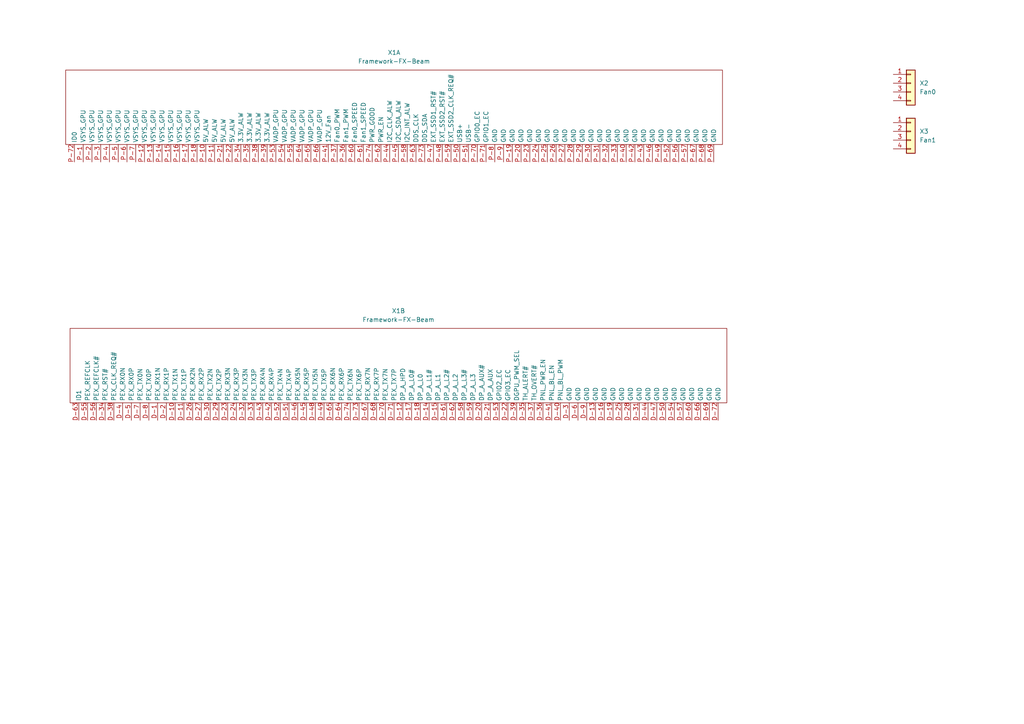
<source format=kicad_sch>
(kicad_sch
	(version 20231120)
	(generator "eeschema")
	(generator_version "8.0")
	(uuid "bbb5f505-87d6-424e-99bb-0bdaee5adea4")
	(paper "A4")
	(title_block
		(title "Framework Laptop 16 Expansion Bay Module")
		(date "06. April 2024")
		(rev "1.0")
		(company "by XPModder")
	)
	(lib_symbols
		(symbol "Connector_Generic:Conn_01x04"
			(pin_names
				(offset 1.016) hide)
			(exclude_from_sim no)
			(in_bom yes)
			(on_board yes)
			(property "Reference" "J"
				(at 0 5.08 0)
				(effects
					(font
						(size 1.27 1.27)
					)
				)
			)
			(property "Value" "Conn_01x04"
				(at 0 -7.62 0)
				(effects
					(font
						(size 1.27 1.27)
					)
				)
			)
			(property "Footprint" ""
				(at 0 0 0)
				(effects
					(font
						(size 1.27 1.27)
					)
					(hide yes)
				)
			)
			(property "Datasheet" "~"
				(at 0 0 0)
				(effects
					(font
						(size 1.27 1.27)
					)
					(hide yes)
				)
			)
			(property "Description" "Generic connector, single row, 01x04, script generated (kicad-library-utils/schlib/autogen/connector/)"
				(at 0 0 0)
				(effects
					(font
						(size 1.27 1.27)
					)
					(hide yes)
				)
			)
			(property "ki_keywords" "connector"
				(at 0 0 0)
				(effects
					(font
						(size 1.27 1.27)
					)
					(hide yes)
				)
			)
			(property "ki_fp_filters" "Connector*:*_1x??_*"
				(at 0 0 0)
				(effects
					(font
						(size 1.27 1.27)
					)
					(hide yes)
				)
			)
			(symbol "Conn_01x04_1_1"
				(rectangle
					(start -1.27 -4.953)
					(end 0 -5.207)
					(stroke
						(width 0.1524)
						(type default)
					)
					(fill
						(type none)
					)
				)
				(rectangle
					(start -1.27 -2.413)
					(end 0 -2.667)
					(stroke
						(width 0.1524)
						(type default)
					)
					(fill
						(type none)
					)
				)
				(rectangle
					(start -1.27 0.127)
					(end 0 -0.127)
					(stroke
						(width 0.1524)
						(type default)
					)
					(fill
						(type none)
					)
				)
				(rectangle
					(start -1.27 2.667)
					(end 0 2.413)
					(stroke
						(width 0.1524)
						(type default)
					)
					(fill
						(type none)
					)
				)
				(rectangle
					(start -1.27 3.81)
					(end 1.27 -6.35)
					(stroke
						(width 0.254)
						(type default)
					)
					(fill
						(type background)
					)
				)
				(pin passive line
					(at -5.08 2.54 0)
					(length 3.81)
					(name "Pin_1"
						(effects
							(font
								(size 1.27 1.27)
							)
						)
					)
					(number "1"
						(effects
							(font
								(size 1.27 1.27)
							)
						)
					)
				)
				(pin passive line
					(at -5.08 0 0)
					(length 3.81)
					(name "Pin_2"
						(effects
							(font
								(size 1.27 1.27)
							)
						)
					)
					(number "2"
						(effects
							(font
								(size 1.27 1.27)
							)
						)
					)
				)
				(pin passive line
					(at -5.08 -2.54 0)
					(length 3.81)
					(name "Pin_3"
						(effects
							(font
								(size 1.27 1.27)
							)
						)
					)
					(number "3"
						(effects
							(font
								(size 1.27 1.27)
							)
						)
					)
				)
				(pin passive line
					(at -5.08 -5.08 0)
					(length 3.81)
					(name "Pin_4"
						(effects
							(font
								(size 1.27 1.27)
							)
						)
					)
					(number "4"
						(effects
							(font
								(size 1.27 1.27)
							)
						)
					)
				)
			)
		)
		(symbol "Framework-ExpansionBay:Framework-FX-Beam"
			(exclude_from_sim no)
			(in_bom yes)
			(on_board yes)
			(property "Reference" "X"
				(at -10.16 96.52 0)
				(effects
					(font
						(size 1.27 1.27)
					)
				)
			)
			(property "Value" "Framework-FX-Beam"
				(at 0 -96.52 0)
				(effects
					(font
						(size 1.27 1.27)
					)
				)
			)
			(property "Footprint" "Framework-ExpansionBay:Framework-FX-Beam"
				(at -19.05 -58.42 0)
				(effects
					(font
						(size 1.27 1.27)
					)
					(hide yes)
				)
			)
			(property "Datasheet" "https://github.com/FrameworkComputer/ExpansionBay/blob/main/Electrical/Dual-channel%2074P%20FXBeam%2C%20length%2027.75mm%20_Rev%202_(Public%20version).pdf"
				(at -19.05 -58.42 0)
				(effects
					(font
						(size 1.27 1.27)
					)
					(hide yes)
				)
			)
			(property "Description" "Framework Laptop 16 FX Beam PCIe interposer for Expansion Bay"
				(at 0 -5.08 0)
				(effects
					(font
						(size 1.27 1.27)
					)
					(hide yes)
				)
			)
			(property "ki_locked" ""
				(at 0 0 0)
				(effects
					(font
						(size 1.27 1.27)
					)
				)
			)
			(symbol "Framework-FX-Beam_1_1"
				(rectangle
					(start -11.43 95.25)
					(end 10.16 -95.25)
					(stroke
						(width 0)
						(type default)
					)
					(fill
						(type none)
					)
				)
				(pin power_out line
					(at -16.51 90.17 0)
					(length 5.08)
					(name "VSYS_GPU"
						(effects
							(font
								(size 1.27 1.27)
							)
						)
					)
					(number "P-1"
						(effects
							(font
								(size 1.27 1.27)
							)
						)
					)
				)
				(pin power_out line
					(at -16.51 54.61 0)
					(length 5.08)
					(name "5V_ALW"
						(effects
							(font
								(size 1.27 1.27)
							)
						)
					)
					(number "P-10"
						(effects
							(font
								(size 1.27 1.27)
							)
						)
					)
				)
				(pin power_out line
					(at -16.51 52.07 0)
					(length 5.08)
					(name "5V_ALW"
						(effects
							(font
								(size 1.27 1.27)
							)
						)
					)
					(number "P-11"
						(effects
							(font
								(size 1.27 1.27)
							)
						)
					)
				)
				(pin power_out line
					(at -16.51 72.39 0)
					(length 5.08)
					(name "VSYS_GPU"
						(effects
							(font
								(size 1.27 1.27)
							)
						)
					)
					(number "P-12"
						(effects
							(font
								(size 1.27 1.27)
							)
						)
					)
				)
				(pin power_out line
					(at -16.51 69.85 0)
					(length 5.08)
					(name "VSYS_GPU"
						(effects
							(font
								(size 1.27 1.27)
							)
						)
					)
					(number "P-13"
						(effects
							(font
								(size 1.27 1.27)
							)
						)
					)
				)
				(pin power_out line
					(at -16.51 67.31 0)
					(length 5.08)
					(name "VSYS_GPU"
						(effects
							(font
								(size 1.27 1.27)
							)
						)
					)
					(number "P-14"
						(effects
							(font
								(size 1.27 1.27)
							)
						)
					)
				)
				(pin power_out line
					(at -16.51 64.77 0)
					(length 5.08)
					(name "VSYS_GPU"
						(effects
							(font
								(size 1.27 1.27)
							)
						)
					)
					(number "P-15"
						(effects
							(font
								(size 1.27 1.27)
							)
						)
					)
				)
				(pin power_out line
					(at -16.51 62.23 0)
					(length 5.08)
					(name "VSYS_GPU"
						(effects
							(font
								(size 1.27 1.27)
							)
						)
					)
					(number "P-16"
						(effects
							(font
								(size 1.27 1.27)
							)
						)
					)
				)
				(pin power_out line
					(at -16.51 59.69 0)
					(length 5.08)
					(name "VSYS_GPU"
						(effects
							(font
								(size 1.27 1.27)
							)
						)
					)
					(number "P-17"
						(effects
							(font
								(size 1.27 1.27)
							)
						)
					)
				)
				(pin power_out line
					(at -16.51 57.15 0)
					(length 5.08)
					(name "VSYS_GPU"
						(effects
							(font
								(size 1.27 1.27)
							)
						)
					)
					(number "P-18"
						(effects
							(font
								(size 1.27 1.27)
							)
						)
					)
				)
				(pin power_out line
					(at -16.51 -34.29 0)
					(length 5.08)
					(name "GND"
						(effects
							(font
								(size 1.27 1.27)
							)
						)
					)
					(number "P-19"
						(effects
							(font
								(size 1.27 1.27)
							)
						)
					)
				)
				(pin power_out line
					(at -16.51 87.63 0)
					(length 5.08)
					(name "VSYS_GPU"
						(effects
							(font
								(size 1.27 1.27)
							)
						)
					)
					(number "P-2"
						(effects
							(font
								(size 1.27 1.27)
							)
						)
					)
				)
				(pin power_out line
					(at -16.51 -36.83 0)
					(length 5.08)
					(name "GND"
						(effects
							(font
								(size 1.27 1.27)
							)
						)
					)
					(number "P-20"
						(effects
							(font
								(size 1.27 1.27)
							)
						)
					)
				)
				(pin power_out line
					(at -16.51 49.53 0)
					(length 5.08)
					(name "5V_ALW"
						(effects
							(font
								(size 1.27 1.27)
							)
						)
					)
					(number "P-21"
						(effects
							(font
								(size 1.27 1.27)
							)
						)
					)
				)
				(pin power_out line
					(at -16.51 46.99 0)
					(length 5.08)
					(name "5V_ALW"
						(effects
							(font
								(size 1.27 1.27)
							)
						)
					)
					(number "P-22"
						(effects
							(font
								(size 1.27 1.27)
							)
						)
					)
				)
				(pin power_out line
					(at -16.51 -39.37 0)
					(length 5.08)
					(name "GND"
						(effects
							(font
								(size 1.27 1.27)
							)
						)
					)
					(number "P-23"
						(effects
							(font
								(size 1.27 1.27)
							)
						)
					)
				)
				(pin power_out line
					(at -16.51 -41.91 0)
					(length 5.08)
					(name "GND"
						(effects
							(font
								(size 1.27 1.27)
							)
						)
					)
					(number "P-24"
						(effects
							(font
								(size 1.27 1.27)
							)
						)
					)
				)
				(pin power_out line
					(at -16.51 -44.45 0)
					(length 5.08)
					(name "GND"
						(effects
							(font
								(size 1.27 1.27)
							)
						)
					)
					(number "P-25"
						(effects
							(font
								(size 1.27 1.27)
							)
						)
					)
				)
				(pin power_out line
					(at -16.51 -46.99 0)
					(length 5.08)
					(name "GND"
						(effects
							(font
								(size 1.27 1.27)
							)
						)
					)
					(number "P-26"
						(effects
							(font
								(size 1.27 1.27)
							)
						)
					)
				)
				(pin power_out line
					(at -16.51 -49.53 0)
					(length 5.08)
					(name "GND"
						(effects
							(font
								(size 1.27 1.27)
							)
						)
					)
					(number "P-27"
						(effects
							(font
								(size 1.27 1.27)
							)
						)
					)
				)
				(pin power_out line
					(at -16.51 -52.07 0)
					(length 5.08)
					(name "GND"
						(effects
							(font
								(size 1.27 1.27)
							)
						)
					)
					(number "P-28"
						(effects
							(font
								(size 1.27 1.27)
							)
						)
					)
				)
				(pin power_out line
					(at -16.51 -54.61 0)
					(length 5.08)
					(name "GND"
						(effects
							(font
								(size 1.27 1.27)
							)
						)
					)
					(number "P-29"
						(effects
							(font
								(size 1.27 1.27)
							)
						)
					)
				)
				(pin power_out line
					(at -16.51 85.09 0)
					(length 5.08)
					(name "VSYS_GPU"
						(effects
							(font
								(size 1.27 1.27)
							)
						)
					)
					(number "P-3"
						(effects
							(font
								(size 1.27 1.27)
							)
						)
					)
				)
				(pin power_out line
					(at -16.51 -57.15 0)
					(length 5.08)
					(name "GND"
						(effects
							(font
								(size 1.27 1.27)
							)
						)
					)
					(number "P-30"
						(effects
							(font
								(size 1.27 1.27)
							)
						)
					)
				)
				(pin power_out line
					(at -16.51 -59.69 0)
					(length 5.08)
					(name "GND"
						(effects
							(font
								(size 1.27 1.27)
							)
						)
					)
					(number "P-31"
						(effects
							(font
								(size 1.27 1.27)
							)
						)
					)
				)
				(pin power_out line
					(at -16.51 -62.23 0)
					(length 5.08)
					(name "GND"
						(effects
							(font
								(size 1.27 1.27)
							)
						)
					)
					(number "P-32"
						(effects
							(font
								(size 1.27 1.27)
							)
						)
					)
				)
				(pin power_out line
					(at -16.51 -64.77 0)
					(length 5.08)
					(name "GND"
						(effects
							(font
								(size 1.27 1.27)
							)
						)
					)
					(number "P-33"
						(effects
							(font
								(size 1.27 1.27)
							)
						)
					)
				)
				(pin power_out line
					(at -16.51 44.45 0)
					(length 5.08)
					(name "3.3V_ALW"
						(effects
							(font
								(size 1.27 1.27)
							)
						)
					)
					(number "P-34"
						(effects
							(font
								(size 1.27 1.27)
							)
						)
					)
				)
				(pin power_out line
					(at -16.51 41.91 0)
					(length 5.08)
					(name "3.3V_ALW"
						(effects
							(font
								(size 1.27 1.27)
							)
						)
					)
					(number "P-35"
						(effects
							(font
								(size 1.27 1.27)
							)
						)
					)
				)
				(pin output line
					(at -16.51 13.97 0)
					(length 5.08)
					(name "Fan1_PWM"
						(effects
							(font
								(size 1.27 1.27)
							)
						)
					)
					(number "P-36"
						(effects
							(font
								(size 1.27 1.27)
							)
						)
					)
				)
				(pin output line
					(at -16.51 16.51 0)
					(length 5.08)
					(name "Fan0_PWM"
						(effects
							(font
								(size 1.27 1.27)
							)
						)
					)
					(number "P-37"
						(effects
							(font
								(size 1.27 1.27)
							)
						)
					)
				)
				(pin power_out line
					(at -16.51 39.37 0)
					(length 5.08)
					(name "3.3V_ALW"
						(effects
							(font
								(size 1.27 1.27)
							)
						)
					)
					(number "P-38"
						(effects
							(font
								(size 1.27 1.27)
							)
						)
					)
				)
				(pin power_out line
					(at -16.51 36.83 0)
					(length 5.08)
					(name "3.3V_ALW"
						(effects
							(font
								(size 1.27 1.27)
							)
						)
					)
					(number "P-39"
						(effects
							(font
								(size 1.27 1.27)
							)
						)
					)
				)
				(pin power_out line
					(at -16.51 82.55 0)
					(length 5.08)
					(name "VSYS_GPU"
						(effects
							(font
								(size 1.27 1.27)
							)
						)
					)
					(number "P-4"
						(effects
							(font
								(size 1.27 1.27)
							)
						)
					)
				)
				(pin power_out line
					(at -16.51 -67.31 0)
					(length 5.08)
					(name "GND"
						(effects
							(font
								(size 1.27 1.27)
							)
						)
					)
					(number "P-40"
						(effects
							(font
								(size 1.27 1.27)
							)
						)
					)
				)
				(pin power_out line
					(at -16.51 19.05 0)
					(length 5.08)
					(name "12V_Fan"
						(effects
							(font
								(size 1.27 1.27)
							)
						)
					)
					(number "P-41"
						(effects
							(font
								(size 1.27 1.27)
							)
						)
					)
				)
				(pin power_out line
					(at -16.51 -69.85 0)
					(length 5.08)
					(name "GND"
						(effects
							(font
								(size 1.27 1.27)
							)
						)
					)
					(number "P-42"
						(effects
							(font
								(size 1.27 1.27)
							)
						)
					)
				)
				(pin power_out line
					(at -16.51 -72.39 0)
					(length 5.08)
					(name "GND"
						(effects
							(font
								(size 1.27 1.27)
							)
						)
					)
					(number "P-43"
						(effects
							(font
								(size 1.27 1.27)
							)
						)
					)
				)
				(pin bidirectional line
					(at -16.51 1.27 0)
					(length 5.08)
					(name "I2C_CLK_ALW"
						(effects
							(font
								(size 1.27 1.27)
							)
						)
					)
					(number "P-44"
						(effects
							(font
								(size 1.27 1.27)
							)
						)
					)
				)
				(pin bidirectional line
					(at -16.51 -1.27 0)
					(length 5.08)
					(name "I2C_SDA_ALW"
						(effects
							(font
								(size 1.27 1.27)
							)
						)
					)
					(number "P-45"
						(effects
							(font
								(size 1.27 1.27)
							)
						)
					)
				)
				(pin power_out line
					(at -16.51 -74.93 0)
					(length 5.08)
					(name "GND"
						(effects
							(font
								(size 1.27 1.27)
							)
						)
					)
					(number "P-46"
						(effects
							(font
								(size 1.27 1.27)
							)
						)
					)
				)
				(pin output line
					(at -16.51 -11.43 0)
					(length 5.08)
					(name "EXT_SSD1_RST#"
						(effects
							(font
								(size 1.27 1.27)
							)
						)
					)
					(number "P-47"
						(effects
							(font
								(size 1.27 1.27)
							)
						)
					)
				)
				(pin output line
					(at -16.51 -13.97 0)
					(length 5.08)
					(name "EXT_SSD2_RST#"
						(effects
							(font
								(size 1.27 1.27)
							)
						)
					)
					(number "P-48"
						(effects
							(font
								(size 1.27 1.27)
							)
						)
					)
				)
				(pin power_out line
					(at -16.51 -77.47 0)
					(length 5.08)
					(name "GND"
						(effects
							(font
								(size 1.27 1.27)
							)
						)
					)
					(number "P-49"
						(effects
							(font
								(size 1.27 1.27)
							)
						)
					)
				)
				(pin power_out line
					(at -16.51 80.01 0)
					(length 5.08)
					(name "VSYS_GPU"
						(effects
							(font
								(size 1.27 1.27)
							)
						)
					)
					(number "P-5"
						(effects
							(font
								(size 1.27 1.27)
							)
						)
					)
				)
				(pin bidirectional line
					(at -16.51 -19.05 0)
					(length 5.08)
					(name "USB+"
						(effects
							(font
								(size 1.27 1.27)
							)
						)
					)
					(number "P-50"
						(effects
							(font
								(size 1.27 1.27)
							)
						)
					)
				)
				(pin bidirectional line
					(at -16.51 -21.59 0)
					(length 5.08)
					(name "USB-"
						(effects
							(font
								(size 1.27 1.27)
							)
						)
					)
					(number "P-51"
						(effects
							(font
								(size 1.27 1.27)
							)
						)
					)
				)
				(pin power_out line
					(at -16.51 -80.01 0)
					(length 5.08)
					(name "GND"
						(effects
							(font
								(size 1.27 1.27)
							)
						)
					)
					(number "P-52"
						(effects
							(font
								(size 1.27 1.27)
							)
						)
					)
				)
				(pin power_in line
					(at -16.51 34.29 0)
					(length 5.08)
					(name "VADP_GPU"
						(effects
							(font
								(size 1.27 1.27)
							)
						)
					)
					(number "P-53"
						(effects
							(font
								(size 1.27 1.27)
							)
						)
					)
				)
				(pin power_in line
					(at -16.51 31.75 0)
					(length 5.08)
					(name "VADP_GPU"
						(effects
							(font
								(size 1.27 1.27)
							)
						)
					)
					(number "P-54"
						(effects
							(font
								(size 1.27 1.27)
							)
						)
					)
				)
				(pin power_in line
					(at -16.51 29.21 0)
					(length 5.08)
					(name "VADP_GPU"
						(effects
							(font
								(size 1.27 1.27)
							)
						)
					)
					(number "P-55"
						(effects
							(font
								(size 1.27 1.27)
							)
						)
					)
				)
				(pin power_out line
					(at -16.51 -82.55 0)
					(length 5.08)
					(name "GND"
						(effects
							(font
								(size 1.27 1.27)
							)
						)
					)
					(number "P-56"
						(effects
							(font
								(size 1.27 1.27)
							)
						)
					)
				)
				(pin power_out line
					(at -16.51 -85.09 0)
					(length 5.08)
					(name "GND"
						(effects
							(font
								(size 1.27 1.27)
							)
						)
					)
					(number "P-57"
						(effects
							(font
								(size 1.27 1.27)
							)
						)
					)
				)
				(pin bidirectional line
					(at -16.51 -3.81 0)
					(length 5.08)
					(name "I2C_INT_ALW"
						(effects
							(font
								(size 1.27 1.27)
							)
						)
					)
					(number "P-58"
						(effects
							(font
								(size 1.27 1.27)
							)
						)
					)
				)
				(pin bidirectional line
					(at -16.51 -16.51 0)
					(length 5.08)
					(name "EXT_SSD2_CLK_REQ#"
						(effects
							(font
								(size 1.27 1.27)
							)
						)
					)
					(number "P-59"
						(effects
							(font
								(size 1.27 1.27)
							)
						)
					)
				)
				(pin power_out line
					(at -16.51 77.47 0)
					(length 5.08)
					(name "VSYS_GPU"
						(effects
							(font
								(size 1.27 1.27)
							)
						)
					)
					(number "P-6"
						(effects
							(font
								(size 1.27 1.27)
							)
						)
					)
				)
				(pin bidirectional line
					(at -16.51 11.43 0)
					(length 5.08)
					(name "Fan0_SPEED"
						(effects
							(font
								(size 1.27 1.27)
							)
						)
					)
					(number "P-60"
						(effects
							(font
								(size 1.27 1.27)
							)
						)
					)
				)
				(pin bidirectional line
					(at -16.51 8.89 0)
					(length 5.08)
					(name "Fan1_SPEED"
						(effects
							(font
								(size 1.27 1.27)
							)
						)
					)
					(number "P-61"
						(effects
							(font
								(size 1.27 1.27)
							)
						)
					)
				)
				(pin bidirectional line
					(at -16.51 3.81 0)
					(length 5.08)
					(name "PWR_EN"
						(effects
							(font
								(size 1.27 1.27)
							)
						)
					)
					(number "P-62"
						(effects
							(font
								(size 1.27 1.27)
							)
						)
					)
				)
				(pin bidirectional line
					(at -16.51 -6.35 0)
					(length 5.08)
					(name "DDS_CLK"
						(effects
							(font
								(size 1.27 1.27)
							)
						)
					)
					(number "P-63"
						(effects
							(font
								(size 1.27 1.27)
							)
						)
					)
				)
				(pin power_in line
					(at -16.51 26.67 0)
					(length 5.08)
					(name "VADP_GPU"
						(effects
							(font
								(size 1.27 1.27)
							)
						)
					)
					(number "P-64"
						(effects
							(font
								(size 1.27 1.27)
							)
						)
					)
				)
				(pin power_in line
					(at -16.51 24.13 0)
					(length 5.08)
					(name "VADP_GPU"
						(effects
							(font
								(size 1.27 1.27)
							)
						)
					)
					(number "P-65"
						(effects
							(font
								(size 1.27 1.27)
							)
						)
					)
				)
				(pin power_in line
					(at -16.51 21.59 0)
					(length 5.08)
					(name "VADP_GPU"
						(effects
							(font
								(size 1.27 1.27)
							)
						)
					)
					(number "P-66"
						(effects
							(font
								(size 1.27 1.27)
							)
						)
					)
				)
				(pin power_out line
					(at -16.51 -87.63 0)
					(length 5.08)
					(name "GND"
						(effects
							(font
								(size 1.27 1.27)
							)
						)
					)
					(number "P-67"
						(effects
							(font
								(size 1.27 1.27)
							)
						)
					)
				)
				(pin power_out line
					(at -16.51 -90.17 0)
					(length 5.08)
					(name "GND"
						(effects
							(font
								(size 1.27 1.27)
							)
						)
					)
					(number "P-68"
						(effects
							(font
								(size 1.27 1.27)
							)
						)
					)
				)
				(pin power_out line
					(at -16.51 -92.71 0)
					(length 5.08)
					(name "GND"
						(effects
							(font
								(size 1.27 1.27)
							)
						)
					)
					(number "P-69"
						(effects
							(font
								(size 1.27 1.27)
							)
						)
					)
				)
				(pin power_out line
					(at -16.51 74.93 0)
					(length 5.08)
					(name "VSYS_GPU"
						(effects
							(font
								(size 1.27 1.27)
							)
						)
					)
					(number "P-7"
						(effects
							(font
								(size 1.27 1.27)
							)
						)
					)
				)
				(pin bidirectional line
					(at -16.51 -24.13 0)
					(length 5.08)
					(name "GPIO0_EC"
						(effects
							(font
								(size 1.27 1.27)
							)
						)
					)
					(number "P-70"
						(effects
							(font
								(size 1.27 1.27)
							)
						)
					)
				)
				(pin bidirectional line
					(at -16.51 -26.67 0)
					(length 5.08)
					(name "GPIO1_EC"
						(effects
							(font
								(size 1.27 1.27)
							)
						)
					)
					(number "P-71"
						(effects
							(font
								(size 1.27 1.27)
							)
						)
					)
				)
				(pin bidirectional line
					(at -16.51 92.71 0)
					(length 5.08)
					(name "ID0"
						(effects
							(font
								(size 1.27 1.27)
							)
						)
					)
					(number "P-72"
						(effects
							(font
								(size 1.27 1.27)
							)
						)
					)
				)
				(pin bidirectional line
					(at -16.51 -8.89 0)
					(length 5.08)
					(name "DDS_SDA"
						(effects
							(font
								(size 1.27 1.27)
							)
						)
					)
					(number "P-73"
						(effects
							(font
								(size 1.27 1.27)
							)
						)
					)
				)
				(pin bidirectional line
					(at -16.51 6.35 0)
					(length 5.08)
					(name "PWR_GOOD"
						(effects
							(font
								(size 1.27 1.27)
							)
						)
					)
					(number "P-74"
						(effects
							(font
								(size 1.27 1.27)
							)
						)
					)
				)
				(pin power_out line
					(at -16.51 -29.21 0)
					(length 5.08)
					(name "GND"
						(effects
							(font
								(size 1.27 1.27)
							)
						)
					)
					(number "P-8"
						(effects
							(font
								(size 1.27 1.27)
							)
						)
					)
				)
				(pin power_out line
					(at -16.51 -31.75 0)
					(length 5.08)
					(name "GND"
						(effects
							(font
								(size 1.27 1.27)
							)
						)
					)
					(number "P-9"
						(effects
							(font
								(size 1.27 1.27)
							)
						)
					)
				)
			)
			(symbol "Framework-FX-Beam_2_1"
				(rectangle
					(start -11.43 95.25)
					(end 10.16 -95.25)
					(stroke
						(width 0)
						(type default)
					)
					(fill
						(type none)
					)
				)
				(pin bidirectional line
					(at -16.51 69.85 0)
					(length 5.08)
					(name "PEX_RX1N"
						(effects
							(font
								(size 1.27 1.27)
							)
						)
					)
					(number "D-1"
						(effects
							(font
								(size 1.27 1.27)
							)
						)
					)
				)
				(pin bidirectional line
					(at -16.51 64.77 0)
					(length 5.08)
					(name "PEX_TX1N"
						(effects
							(font
								(size 1.27 1.27)
							)
						)
					)
					(number "D-10"
						(effects
							(font
								(size 1.27 1.27)
							)
						)
					)
				)
				(pin bidirectional line
					(at -16.51 62.23 0)
					(length 5.08)
					(name "PEX_TX1P"
						(effects
							(font
								(size 1.27 1.27)
							)
						)
					)
					(number "D-11"
						(effects
							(font
								(size 1.27 1.27)
							)
						)
					)
				)
				(pin bidirectional line
					(at -16.51 -1.27 0)
					(length 5.08)
					(name "DP_A_HPD"
						(effects
							(font
								(size 1.27 1.27)
							)
						)
					)
					(number "D-12"
						(effects
							(font
								(size 1.27 1.27)
							)
						)
					)
				)
				(pin power_out line
					(at -16.51 -57.15 0)
					(length 5.08)
					(name "GND"
						(effects
							(font
								(size 1.27 1.27)
							)
						)
					)
					(number "D-13"
						(effects
							(font
								(size 1.27 1.27)
							)
						)
					)
				)
				(pin bidirectional line
					(at -16.51 -8.89 0)
					(length 5.08)
					(name "DP_A_L1#"
						(effects
							(font
								(size 1.27 1.27)
							)
						)
					)
					(number "D-14"
						(effects
							(font
								(size 1.27 1.27)
							)
						)
					)
				)
				(pin bidirectional line
					(at -16.51 -11.43 0)
					(length 5.08)
					(name "DP_A_L1"
						(effects
							(font
								(size 1.27 1.27)
							)
						)
					)
					(number "D-15"
						(effects
							(font
								(size 1.27 1.27)
							)
						)
					)
				)
				(pin power_out line
					(at -16.51 -59.69 0)
					(length 5.08)
					(name "GND"
						(effects
							(font
								(size 1.27 1.27)
							)
						)
					)
					(number "D-16"
						(effects
							(font
								(size 1.27 1.27)
							)
						)
					)
				)
				(pin bidirectional line
					(at -16.51 -3.81 0)
					(length 5.08)
					(name "DP_A_L0#"
						(effects
							(font
								(size 1.27 1.27)
							)
						)
					)
					(number "D-17"
						(effects
							(font
								(size 1.27 1.27)
							)
						)
					)
				)
				(pin bidirectional line
					(at -16.51 -6.35 0)
					(length 5.08)
					(name "DP_A_L0"
						(effects
							(font
								(size 1.27 1.27)
							)
						)
					)
					(number "D-18"
						(effects
							(font
								(size 1.27 1.27)
							)
						)
					)
				)
				(pin power_out line
					(at -16.51 -62.23 0)
					(length 5.08)
					(name "GND"
						(effects
							(font
								(size 1.27 1.27)
							)
						)
					)
					(number "D-19"
						(effects
							(font
								(size 1.27 1.27)
							)
						)
					)
				)
				(pin bidirectional line
					(at -16.51 67.31 0)
					(length 5.08)
					(name "PEX_RX1P"
						(effects
							(font
								(size 1.27 1.27)
							)
						)
					)
					(number "D-2"
						(effects
							(font
								(size 1.27 1.27)
							)
						)
					)
				)
				(pin bidirectional line
					(at -16.51 -24.13 0)
					(length 5.08)
					(name "DP_A_AUX#"
						(effects
							(font
								(size 1.27 1.27)
							)
						)
					)
					(number "D-20"
						(effects
							(font
								(size 1.27 1.27)
							)
						)
					)
				)
				(pin bidirectional line
					(at -16.51 -26.67 0)
					(length 5.08)
					(name "DP_A_AUX"
						(effects
							(font
								(size 1.27 1.27)
							)
						)
					)
					(number "D-21"
						(effects
							(font
								(size 1.27 1.27)
							)
						)
					)
				)
				(pin bidirectional line
					(at -16.51 -31.75 0)
					(length 5.08)
					(name "GPIO3_EC"
						(effects
							(font
								(size 1.27 1.27)
							)
						)
					)
					(number "D-22"
						(effects
							(font
								(size 1.27 1.27)
							)
						)
					)
				)
				(pin bidirectional line
					(at -16.51 49.53 0)
					(length 5.08)
					(name "PEX_RX3N"
						(effects
							(font
								(size 1.27 1.27)
							)
						)
					)
					(number "D-23"
						(effects
							(font
								(size 1.27 1.27)
							)
						)
					)
				)
				(pin bidirectional line
					(at -16.51 46.99 0)
					(length 5.08)
					(name "PEX_RX3P"
						(effects
							(font
								(size 1.27 1.27)
							)
						)
					)
					(number "D-24"
						(effects
							(font
								(size 1.27 1.27)
							)
						)
					)
				)
				(pin power_out line
					(at -16.51 -64.77 0)
					(length 5.08)
					(name "GND"
						(effects
							(font
								(size 1.27 1.27)
							)
						)
					)
					(number "D-25"
						(effects
							(font
								(size 1.27 1.27)
							)
						)
					)
				)
				(pin bidirectional line
					(at -16.51 59.69 0)
					(length 5.08)
					(name "PEX_RX2N"
						(effects
							(font
								(size 1.27 1.27)
							)
						)
					)
					(number "D-26"
						(effects
							(font
								(size 1.27 1.27)
							)
						)
					)
				)
				(pin bidirectional line
					(at -16.51 57.15 0)
					(length 5.08)
					(name "PEX_RX2P"
						(effects
							(font
								(size 1.27 1.27)
							)
						)
					)
					(number "D-27"
						(effects
							(font
								(size 1.27 1.27)
							)
						)
					)
				)
				(pin power_out line
					(at -16.51 -67.31 0)
					(length 5.08)
					(name "GND"
						(effects
							(font
								(size 1.27 1.27)
							)
						)
					)
					(number "D-28"
						(effects
							(font
								(size 1.27 1.27)
							)
						)
					)
				)
				(pin bidirectional line
					(at -16.51 52.07 0)
					(length 5.08)
					(name "PEX_TX2P"
						(effects
							(font
								(size 1.27 1.27)
							)
						)
					)
					(number "D-29"
						(effects
							(font
								(size 1.27 1.27)
							)
						)
					)
				)
				(pin power_out line
					(at -16.51 -49.53 0)
					(length 5.08)
					(name "GND"
						(effects
							(font
								(size 1.27 1.27)
							)
						)
					)
					(number "D-3"
						(effects
							(font
								(size 1.27 1.27)
							)
						)
					)
				)
				(pin bidirectional line
					(at -16.51 54.61 0)
					(length 5.08)
					(name "PEX_TX2N"
						(effects
							(font
								(size 1.27 1.27)
							)
						)
					)
					(number "D-30"
						(effects
							(font
								(size 1.27 1.27)
							)
						)
					)
				)
				(pin power_out line
					(at -16.51 -69.85 0)
					(length 5.08)
					(name "GND"
						(effects
							(font
								(size 1.27 1.27)
							)
						)
					)
					(number "D-31"
						(effects
							(font
								(size 1.27 1.27)
							)
						)
					)
				)
				(pin bidirectional line
					(at -16.51 44.45 0)
					(length 5.08)
					(name "PEX_TX3N"
						(effects
							(font
								(size 1.27 1.27)
							)
						)
					)
					(number "D-32"
						(effects
							(font
								(size 1.27 1.27)
							)
						)
					)
				)
				(pin bidirectional line
					(at -16.51 41.91 0)
					(length 5.08)
					(name "PEX_TX3P"
						(effects
							(font
								(size 1.27 1.27)
							)
						)
					)
					(number "D-33"
						(effects
							(font
								(size 1.27 1.27)
							)
						)
					)
				)
				(pin bidirectional line
					(at -16.51 85.09 0)
					(length 5.08)
					(name "PEX_RST#"
						(effects
							(font
								(size 1.27 1.27)
							)
						)
					)
					(number "D-34"
						(effects
							(font
								(size 1.27 1.27)
							)
						)
					)
				)
				(pin bidirectional line
					(at -16.51 -36.83 0)
					(length 5.08)
					(name "TH_ALERT#"
						(effects
							(font
								(size 1.27 1.27)
							)
						)
					)
					(number "D-35"
						(effects
							(font
								(size 1.27 1.27)
							)
						)
					)
				)
				(pin bidirectional line
					(at -16.51 -41.91 0)
					(length 5.08)
					(name "PNL_PWR_EN"
						(effects
							(font
								(size 1.27 1.27)
							)
						)
					)
					(number "D-36"
						(effects
							(font
								(size 1.27 1.27)
							)
						)
					)
				)
				(pin bidirectional line
					(at -16.51 -39.37 0)
					(length 5.08)
					(name "TH_OVERT#"
						(effects
							(font
								(size 1.27 1.27)
							)
						)
					)
					(number "D-37"
						(effects
							(font
								(size 1.27 1.27)
							)
						)
					)
				)
				(pin bidirectional line
					(at -16.51 82.55 0)
					(length 5.08)
					(name "PEX_CLK_REQ#"
						(effects
							(font
								(size 1.27 1.27)
							)
						)
					)
					(number "D-38"
						(effects
							(font
								(size 1.27 1.27)
							)
						)
					)
				)
				(pin bidirectional line
					(at -16.51 -34.29 0)
					(length 5.08)
					(name "DGPU_PWM_SEL"
						(effects
							(font
								(size 1.27 1.27)
							)
						)
					)
					(number "D-39"
						(effects
							(font
								(size 1.27 1.27)
							)
						)
					)
				)
				(pin bidirectional line
					(at -16.51 80.01 0)
					(length 5.08)
					(name "PEX_RX0N"
						(effects
							(font
								(size 1.27 1.27)
							)
						)
					)
					(number "D-4"
						(effects
							(font
								(size 1.27 1.27)
							)
						)
					)
				)
				(pin bidirectional line
					(at -16.51 -46.99 0)
					(length 5.08)
					(name "PNL_BL_PWM"
						(effects
							(font
								(size 1.27 1.27)
							)
						)
					)
					(number "D-40"
						(effects
							(font
								(size 1.27 1.27)
							)
						)
					)
				)
				(pin bidirectional line
					(at -16.51 -44.45 0)
					(length 5.08)
					(name "PNL_BL_EN"
						(effects
							(font
								(size 1.27 1.27)
							)
						)
					)
					(number "D-41"
						(effects
							(font
								(size 1.27 1.27)
							)
						)
					)
				)
				(pin bidirectional line
					(at -16.51 36.83 0)
					(length 5.08)
					(name "PEX_RX4P"
						(effects
							(font
								(size 1.27 1.27)
							)
						)
					)
					(number "D-42"
						(effects
							(font
								(size 1.27 1.27)
							)
						)
					)
				)
				(pin bidirectional line
					(at -16.51 39.37 0)
					(length 5.08)
					(name "PEX_RX4N"
						(effects
							(font
								(size 1.27 1.27)
							)
						)
					)
					(number "D-43"
						(effects
							(font
								(size 1.27 1.27)
							)
						)
					)
				)
				(pin power_out line
					(at -16.51 -72.39 0)
					(length 5.08)
					(name "GND"
						(effects
							(font
								(size 1.27 1.27)
							)
						)
					)
					(number "D-44"
						(effects
							(font
								(size 1.27 1.27)
							)
						)
					)
				)
				(pin bidirectional line
					(at -16.51 26.67 0)
					(length 5.08)
					(name "PEX_RX5P"
						(effects
							(font
								(size 1.27 1.27)
							)
						)
					)
					(number "D-45"
						(effects
							(font
								(size 1.27 1.27)
							)
						)
					)
				)
				(pin bidirectional line
					(at -16.51 29.21 0)
					(length 5.08)
					(name "PEX_RX5N"
						(effects
							(font
								(size 1.27 1.27)
							)
						)
					)
					(number "D-46"
						(effects
							(font
								(size 1.27 1.27)
							)
						)
					)
				)
				(pin power_out line
					(at -16.51 -74.93 0)
					(length 5.08)
					(name "GND"
						(effects
							(font
								(size 1.27 1.27)
							)
						)
					)
					(number "D-47"
						(effects
							(font
								(size 1.27 1.27)
							)
						)
					)
				)
				(pin bidirectional line
					(at -16.51 24.13 0)
					(length 5.08)
					(name "PEX_TX5N"
						(effects
							(font
								(size 1.27 1.27)
							)
						)
					)
					(number "D-48"
						(effects
							(font
								(size 1.27 1.27)
							)
						)
					)
				)
				(pin bidirectional line
					(at -16.51 21.59 0)
					(length 5.08)
					(name "PEX_TX5P"
						(effects
							(font
								(size 1.27 1.27)
							)
						)
					)
					(number "D-49"
						(effects
							(font
								(size 1.27 1.27)
							)
						)
					)
				)
				(pin bidirectional line
					(at -16.51 77.47 0)
					(length 5.08)
					(name "PEX_RX0P"
						(effects
							(font
								(size 1.27 1.27)
							)
						)
					)
					(number "D-5"
						(effects
							(font
								(size 1.27 1.27)
							)
						)
					)
				)
				(pin power_out line
					(at -16.51 -77.47 0)
					(length 5.08)
					(name "GND"
						(effects
							(font
								(size 1.27 1.27)
							)
						)
					)
					(number "D-50"
						(effects
							(font
								(size 1.27 1.27)
							)
						)
					)
				)
				(pin bidirectional line
					(at -16.51 31.75 0)
					(length 5.08)
					(name "PEX_TX4P"
						(effects
							(font
								(size 1.27 1.27)
							)
						)
					)
					(number "D-51"
						(effects
							(font
								(size 1.27 1.27)
							)
						)
					)
				)
				(pin bidirectional line
					(at -16.51 34.29 0)
					(length 5.08)
					(name "PEX_TX4N"
						(effects
							(font
								(size 1.27 1.27)
							)
						)
					)
					(number "D-52"
						(effects
							(font
								(size 1.27 1.27)
							)
						)
					)
				)
				(pin bidirectional line
					(at -16.51 -29.21 0)
					(length 5.08)
					(name "GPIO2_EC"
						(effects
							(font
								(size 1.27 1.27)
							)
						)
					)
					(number "D-53"
						(effects
							(font
								(size 1.27 1.27)
							)
						)
					)
				)
				(pin power_out line
					(at -16.51 -80.01 0)
					(length 5.08)
					(name "GND"
						(effects
							(font
								(size 1.27 1.27)
							)
						)
					)
					(number "D-54"
						(effects
							(font
								(size 1.27 1.27)
							)
						)
					)
				)
				(pin bidirectional line
					(at -16.51 90.17 0)
					(length 5.08)
					(name "PEX_REFCLK"
						(effects
							(font
								(size 1.27 1.27)
							)
						)
					)
					(number "D-55"
						(effects
							(font
								(size 1.27 1.27)
							)
						)
					)
				)
				(pin bidirectional line
					(at -16.51 87.63 0)
					(length 5.08)
					(name "PEX_REFCLK#"
						(effects
							(font
								(size 1.27 1.27)
							)
						)
					)
					(number "D-56"
						(effects
							(font
								(size 1.27 1.27)
							)
						)
					)
				)
				(pin power_out line
					(at -16.51 -82.55 0)
					(length 5.08)
					(name "GND"
						(effects
							(font
								(size 1.27 1.27)
							)
						)
					)
					(number "D-57"
						(effects
							(font
								(size 1.27 1.27)
							)
						)
					)
				)
				(pin bidirectional line
					(at -16.51 -19.05 0)
					(length 5.08)
					(name "DP_A_L3#"
						(effects
							(font
								(size 1.27 1.27)
							)
						)
					)
					(number "D-58"
						(effects
							(font
								(size 1.27 1.27)
							)
						)
					)
				)
				(pin bidirectional line
					(at -16.51 -21.59 0)
					(length 5.08)
					(name "DP_A_L3"
						(effects
							(font
								(size 1.27 1.27)
							)
						)
					)
					(number "D-59"
						(effects
							(font
								(size 1.27 1.27)
							)
						)
					)
				)
				(pin power_out line
					(at -16.51 -52.07 0)
					(length 5.08)
					(name "GND"
						(effects
							(font
								(size 1.27 1.27)
							)
						)
					)
					(number "D-6"
						(effects
							(font
								(size 1.27 1.27)
							)
						)
					)
				)
				(pin power_out line
					(at -16.51 -85.09 0)
					(length 5.08)
					(name "GND"
						(effects
							(font
								(size 1.27 1.27)
							)
						)
					)
					(number "D-60"
						(effects
							(font
								(size 1.27 1.27)
							)
						)
					)
				)
				(pin bidirectional line
					(at -16.51 -13.97 0)
					(length 5.08)
					(name "DP_A_L2#"
						(effects
							(font
								(size 1.27 1.27)
							)
						)
					)
					(number "D-61"
						(effects
							(font
								(size 1.27 1.27)
							)
						)
					)
				)
				(pin bidirectional line
					(at -16.51 -16.51 0)
					(length 5.08)
					(name "DP_A_L2"
						(effects
							(font
								(size 1.27 1.27)
							)
						)
					)
					(number "D-62"
						(effects
							(font
								(size 1.27 1.27)
							)
						)
					)
				)
				(pin bidirectional line
					(at -16.51 92.71 0)
					(length 5.08)
					(name "ID1"
						(effects
							(font
								(size 1.27 1.27)
							)
						)
					)
					(number "D-63"
						(effects
							(font
								(size 1.27 1.27)
							)
						)
					)
				)
				(pin bidirectional line
					(at -16.51 16.51 0)
					(length 5.08)
					(name "PEX_RX6P"
						(effects
							(font
								(size 1.27 1.27)
							)
						)
					)
					(number "D-64"
						(effects
							(font
								(size 1.27 1.27)
							)
						)
					)
				)
				(pin bidirectional line
					(at -16.51 19.05 0)
					(length 5.08)
					(name "PEX_RX6N"
						(effects
							(font
								(size 1.27 1.27)
							)
						)
					)
					(number "D-65"
						(effects
							(font
								(size 1.27 1.27)
							)
						)
					)
				)
				(pin power_out line
					(at -16.51 -87.63 0)
					(length 5.08)
					(name "GND"
						(effects
							(font
								(size 1.27 1.27)
							)
						)
					)
					(number "D-66"
						(effects
							(font
								(size 1.27 1.27)
							)
						)
					)
				)
				(pin bidirectional line
					(at -16.51 8.89 0)
					(length 5.08)
					(name "PEX_RX7N"
						(effects
							(font
								(size 1.27 1.27)
							)
						)
					)
					(number "D-67"
						(effects
							(font
								(size 1.27 1.27)
							)
						)
					)
				)
				(pin bidirectional line
					(at -16.51 6.35 0)
					(length 5.08)
					(name "PEX_RX7P"
						(effects
							(font
								(size 1.27 1.27)
							)
						)
					)
					(number "D-68"
						(effects
							(font
								(size 1.27 1.27)
							)
						)
					)
				)
				(pin power_out line
					(at -16.51 -90.17 0)
					(length 5.08)
					(name "GND"
						(effects
							(font
								(size 1.27 1.27)
							)
						)
					)
					(number "D-69"
						(effects
							(font
								(size 1.27 1.27)
							)
						)
					)
				)
				(pin bidirectional line
					(at -16.51 74.93 0)
					(length 5.08)
					(name "PEX_TX0N"
						(effects
							(font
								(size 1.27 1.27)
							)
						)
					)
					(number "D-7"
						(effects
							(font
								(size 1.27 1.27)
							)
						)
					)
				)
				(pin bidirectional line
					(at -16.51 3.81 0)
					(length 5.08)
					(name "PEX_TX7N"
						(effects
							(font
								(size 1.27 1.27)
							)
						)
					)
					(number "D-70"
						(effects
							(font
								(size 1.27 1.27)
							)
						)
					)
				)
				(pin bidirectional line
					(at -16.51 1.27 0)
					(length 5.08)
					(name "PEX_TX7P"
						(effects
							(font
								(size 1.27 1.27)
							)
						)
					)
					(number "D-71"
						(effects
							(font
								(size 1.27 1.27)
							)
						)
					)
				)
				(pin power_out line
					(at -16.51 -92.71 0)
					(length 5.08)
					(name "GND"
						(effects
							(font
								(size 1.27 1.27)
							)
						)
					)
					(number "D-72"
						(effects
							(font
								(size 1.27 1.27)
							)
						)
					)
				)
				(pin bidirectional line
					(at -16.51 11.43 0)
					(length 5.08)
					(name "PEX_TX6P"
						(effects
							(font
								(size 1.27 1.27)
							)
						)
					)
					(number "D-73"
						(effects
							(font
								(size 1.27 1.27)
							)
						)
					)
				)
				(pin bidirectional line
					(at -16.51 13.97 0)
					(length 5.08)
					(name "PEX_TX6N"
						(effects
							(font
								(size 1.27 1.27)
							)
						)
					)
					(number "D-74"
						(effects
							(font
								(size 1.27 1.27)
							)
						)
					)
				)
				(pin bidirectional line
					(at -16.51 72.39 0)
					(length 5.08)
					(name "PEX_TX0P"
						(effects
							(font
								(size 1.27 1.27)
							)
						)
					)
					(number "D-8"
						(effects
							(font
								(size 1.27 1.27)
							)
						)
					)
				)
				(pin power_out line
					(at -16.51 -54.61 0)
					(length 5.08)
					(name "GND"
						(effects
							(font
								(size 1.27 1.27)
							)
						)
					)
					(number "D-9"
						(effects
							(font
								(size 1.27 1.27)
							)
						)
					)
				)
			)
		)
	)
	(symbol
		(lib_id "Framework-ExpansionBay:Framework-FX-Beam")
		(at 114.3 30.48 90)
		(unit 1)
		(exclude_from_sim no)
		(in_bom yes)
		(on_board yes)
		(dnp no)
		(fields_autoplaced yes)
		(uuid "4b5462c1-94e8-42a4-84fd-c4003d5c2bb3")
		(property "Reference" "X1"
			(at 114.3 15.24 90)
			(effects
				(font
					(size 1.27 1.27)
				)
			)
		)
		(property "Value" "Framework-FX-Beam"
			(at 114.3 17.78 90)
			(effects
				(font
					(size 1.27 1.27)
				)
			)
		)
		(property "Footprint" "Framework-ExpansionBay:Framework-FX-Beam"
			(at 172.72 49.53 0)
			(effects
				(font
					(size 1.27 1.27)
				)
				(hide yes)
			)
		)
		(property "Datasheet" "https://github.com/FrameworkComputer/ExpansionBay/blob/main/Electrical/Dual-channel%2074P%20FXBeam%2C%20length%2027.75mm%20_Rev%202_(Public%20version).pdf"
			(at 172.72 49.53 0)
			(effects
				(font
					(size 1.27 1.27)
				)
				(hide yes)
			)
		)
		(property "Description" "Framework Laptop 16 FX Beam PCIe interposer for Expansion Bay"
			(at 119.38 30.48 0)
			(effects
				(font
					(size 1.27 1.27)
				)
				(hide yes)
			)
		)
		(pin "P-68"
			(uuid "7ad08064-ccce-4afb-bba3-eb5c4e6d106a")
		)
		(pin "D-10"
			(uuid "8b0b03f3-d05f-4e99-b214-a65b910bf378")
		)
		(pin "D-16"
			(uuid "a7a1178f-2535-4c96-8c53-2fae6378924a")
		)
		(pin "D-2"
			(uuid "c7a853af-61f0-4bb8-ae89-39d160e87d35")
		)
		(pin "D-30"
			(uuid "77d540ae-964c-4071-92c7-a68c0c0a7c8e")
		)
		(pin "P-72"
			(uuid "b1161b9f-52cc-4fca-8ea2-f854a74930ae")
		)
		(pin "D-20"
			(uuid "5eae1545-1d0e-4183-9fe4-9dad4e7d2c62")
		)
		(pin "D-32"
			(uuid "53e856c6-9abe-4f56-a9c5-096050a36ad4")
		)
		(pin "P-69"
			(uuid "bb14a46f-f77a-4fd2-a116-ad36df5937eb")
		)
		(pin "D-31"
			(uuid "38a63074-bb9e-4739-b9c3-b01b0d7c4422")
		)
		(pin "D-34"
			(uuid "aafee22f-30a6-47a9-9e44-ed703419012f")
		)
		(pin "P-67"
			(uuid "51e533a9-91cf-4f6d-9106-3c768099a3e7")
		)
		(pin "P-73"
			(uuid "ae38cbe0-389a-4f94-a805-a13f4fef343d")
		)
		(pin "D-13"
			(uuid "089aca13-55b0-463a-889b-810e69999fe0")
		)
		(pin "P-58"
			(uuid "d789bedb-38c9-40ee-aaa4-c84f5f518f20")
		)
		(pin "D-21"
			(uuid "eeb62b85-b008-4ad6-ba3e-fa4615adf05f")
		)
		(pin "P-66"
			(uuid "923a96c9-eb16-4e4f-bc92-557e6857b85c")
		)
		(pin "P-56"
			(uuid "7ce4cd47-ea1e-4c97-b54b-9e5a240b1509")
		)
		(pin "P-7"
			(uuid "a45f83af-b954-4994-b972-05872cf87b68")
		)
		(pin "D-12"
			(uuid "60eb25da-e724-411d-a585-46e5bbbcf9d9")
		)
		(pin "P-63"
			(uuid "879775cf-be13-45a1-802b-fecbe0d07fa8")
		)
		(pin "P-65"
			(uuid "9caed34d-d904-4080-a6a7-26073a3ea7ea")
		)
		(pin "D-11"
			(uuid "c56b7860-220e-40fb-9be7-4750bcec9d70")
		)
		(pin "D-27"
			(uuid "da49cb9a-154a-43b8-82cb-2501ac6bdc4d")
		)
		(pin "P-6"
			(uuid "d673f075-2683-46c4-bf1b-6cfde84b072a")
		)
		(pin "D-18"
			(uuid "d1725909-4899-48b7-b2f4-405d4bf1e41e")
		)
		(pin "P-71"
			(uuid "3ca1a22d-1498-4999-8167-e6994d779eee")
		)
		(pin "D-24"
			(uuid "b122fac5-97ec-43a0-a66f-415309daf202")
		)
		(pin "D-33"
			(uuid "b7245b34-4ef4-4f54-986e-a340964efccc")
		)
		(pin "P-57"
			(uuid "e6141185-f74a-44dc-872f-da6475f8e6bc")
		)
		(pin "D-35"
			(uuid "6f248fd8-2e94-4dd1-b149-0ad6f1936bf6")
		)
		(pin "D-36"
			(uuid "f75e362f-4a6e-4853-8db1-2f31517d5548")
		)
		(pin "P-62"
			(uuid "f4c8e867-bb43-4a96-88cc-28c040071098")
		)
		(pin "D-23"
			(uuid "e5874359-8306-4bf8-a8f3-967242f629fe")
		)
		(pin "D-17"
			(uuid "62e8f2c6-2209-4a4c-87c4-2b6a838e2707")
		)
		(pin "D-28"
			(uuid "a56ff81a-831c-4e31-b102-32c03f693424")
		)
		(pin "D-37"
			(uuid "44e48356-4f7b-4ada-8442-d60276777f09")
		)
		(pin "D-39"
			(uuid "971a5777-d082-4558-9a74-494706d04964")
		)
		(pin "D-4"
			(uuid "e8adf094-6eaf-48ba-be6b-01af5bdba4c0")
		)
		(pin "D-40"
			(uuid "bcf5669a-c52b-465d-9ef7-a665a5d7a4a8")
		)
		(pin "P-60"
			(uuid "d96c432d-60d3-4606-880e-c4b7f8e492d7")
		)
		(pin "P-74"
			(uuid "41958af0-96fa-445f-99e3-a2409f44bccd")
		)
		(pin "D-41"
			(uuid "46b54812-532e-4679-853a-a687d8867a2a")
		)
		(pin "D-42"
			(uuid "9d615409-8bdc-4735-9838-5789ad4b36e4")
		)
		(pin "D-43"
			(uuid "aa7c6ebb-39d2-4ee2-92e4-2f2cce8adc2e")
		)
		(pin "D-44"
			(uuid "3df455c2-760f-4a31-b641-ec8524f0e7dc")
		)
		(pin "P-70"
			(uuid "fa7efc8b-5c47-47e9-9cee-28bfb2890dc1")
		)
		(pin "D-1"
			(uuid "342889b7-917f-40cc-bb83-ddc2d7bc6990")
		)
		(pin "D-22"
			(uuid "60d1fe82-b93a-4316-b158-20a50ac5b070")
		)
		(pin "D-38"
			(uuid "ed189413-3ebd-4536-b2dc-d1450f5c8cf8")
		)
		(pin "D-15"
			(uuid "420d16fe-c7bb-4c23-b090-4a651d02f4e0")
		)
		(pin "D-25"
			(uuid "1da1b5df-a869-4993-b187-a7af15dba9fc")
		)
		(pin "P-59"
			(uuid "7a11065c-42bc-41e4-b1bd-1c8573ce9b40")
		)
		(pin "D-45"
			(uuid "cd9b720a-b08f-47a5-85f0-6783310717c5")
		)
		(pin "D-46"
			(uuid "e8586eb6-9ad2-48d0-b7a3-d84943c8cb39")
		)
		(pin "D-26"
			(uuid "f5423a91-eca1-4c87-bf1b-50796fed247e")
		)
		(pin "D-29"
			(uuid "7cef6bce-8960-496c-b9c8-c93067aae39f")
		)
		(pin "D-19"
			(uuid "baf8b46a-8481-48e0-a64b-b4dcb9403799")
		)
		(pin "P-9"
			(uuid "e7ea7777-178a-423a-b806-5d4e3b536e7b")
		)
		(pin "D-3"
			(uuid "27bf8109-d042-4748-8b5e-5ce8c84a346f")
		)
		(pin "P-61"
			(uuid "c9e92624-ad7a-44e3-be90-227e8aadc54c")
		)
		(pin "P-8"
			(uuid "3f6a7df4-099a-4321-a16b-7eb1096cb1ca")
		)
		(pin "D-14"
			(uuid "77ca4a22-a900-41eb-8da8-0e4c2af6318a")
		)
		(pin "P-64"
			(uuid "6863ad7f-d205-45ae-8067-8dfcb5239d41")
		)
		(pin "D-58"
			(uuid "5d5eca78-e473-485e-89d5-9d78f9bd50c6")
		)
		(pin "D-7"
			(uuid "b23f74a1-e30c-45dc-af28-0d10adc856c3")
		)
		(pin "D-52"
			(uuid "6d872a9b-a1f4-40eb-b60b-54b53d01c453")
		)
		(pin "D-70"
			(uuid "ed1b727c-eeec-4698-8b94-77d66edbd405")
		)
		(pin "D-47"
			(uuid "3ffbe753-fcb5-488c-af25-1d7aa62b432d")
		)
		(pin "D-65"
			(uuid "80edac94-9f89-4a9b-97c2-5bcfe2766fdc")
		)
		(pin "D-48"
			(uuid "d0486ac3-cab8-44b0-a58e-c7818fb1bfee")
		)
		(pin "D-59"
			(uuid "9168f335-4972-404b-ab88-e75d0bc53a12")
		)
		(pin "D-74"
			(uuid "279498ec-b561-45ca-8205-e03af8ef499a")
		)
		(pin "D-71"
			(uuid "f2eb4ab0-ad9c-44ad-a9f0-2f000eb7c1c6")
		)
		(pin "D-8"
			(uuid "99094293-3d60-4636-a423-c476e4eb629e")
		)
		(pin "D-53"
			(uuid "c424e613-6d8b-430a-b856-cf74fb6498d8")
		)
		(pin "D-9"
			(uuid "21fb4ed7-939a-41ae-b9ea-44a4766e2c7b")
		)
		(pin "D-54"
			(uuid "a8b1e370-a796-4cbb-b3b9-673382288c51")
		)
		(pin "D-55"
			(uuid "c95ac167-9f3d-4ac5-bcd0-42e5e22982ac")
		)
		(pin "D-69"
			(uuid "67fb4e25-cd17-484a-a332-1d4961096ecd")
		)
		(pin "D-63"
			(uuid "252f8539-0aed-4b9f-b6dc-da6c0a65905d")
		)
		(pin "D-51"
			(uuid "0f2fb39b-a316-42a1-833f-21b9c42310dd")
		)
		(pin "D-67"
			(uuid "b2a3d301-cc56-4e36-8dc8-0deb0d2c51b9")
		)
		(pin "D-61"
			(uuid "469d45b8-fd5a-4ee9-9939-104092836e78")
		)
		(pin "D-64"
			(uuid "a3448c78-c441-4993-97ad-8d41884877b0")
		)
		(pin "D-49"
			(uuid "ae2c2d94-ca62-486f-ad87-d9bdb64fb213")
		)
		(pin "D-50"
			(uuid "19d63649-8d93-4ecd-b46d-62c25283a62a")
		)
		(pin "D-60"
			(uuid "cf01eb3e-bb73-49dc-8e98-bc35f3efd56c")
		)
		(pin "D-57"
			(uuid "515a372c-6bb5-4665-993a-b9540797e199")
		)
		(pin "D-66"
			(uuid "f75bf067-88e4-4d4e-8ede-8ce9cc27bbbf")
		)
		(pin "D-6"
			(uuid "6da8216b-23e8-4c2f-bf62-4a1f278ece48")
		)
		(pin "D-73"
			(uuid "3da6c447-e8db-4a8e-810b-39e7f2772226")
		)
		(pin "D-5"
			(uuid "b525d238-b20d-4909-b143-e7662196be53")
		)
		(pin "D-72"
			(uuid "4f49ec04-05b1-44f8-a016-81e72c26d37d")
		)
		(pin "D-56"
			(uuid "9b6da850-af3f-4e97-b60b-421b09ea8e3c")
		)
		(pin "D-68"
			(uuid "506b419e-aeb5-4fa6-8dd0-d75f7d3a17a0")
		)
		(pin "D-62"
			(uuid "dbfce873-9ce1-4c87-8be5-9abcd2a2a558")
		)
		(pin "P-29"
			(uuid "5d5645db-4bd0-49d0-aabb-836234855fc8")
		)
		(pin "P-30"
			(uuid "2751d241-a5e1-44ad-bf47-41cb9b170078")
		)
		(pin "P-5"
			(uuid "e2552858-2a24-457e-bb3c-3648cea7b8f6")
		)
		(pin "P-36"
			(uuid "70a6dd66-2d88-4610-847a-7befafcabb08")
		)
		(pin "P-16"
			(uuid "d8607585-4923-47dd-a361-89600d8cb670")
		)
		(pin "P-37"
			(uuid "e802acf0-d153-4a19-be21-a1dc789c48fa")
		)
		(pin "P-42"
			(uuid "80722d58-6f79-44c6-92ac-32dfcc65ea7e")
		)
		(pin "P-14"
			(uuid "784b7a99-6806-47c6-9e5b-5b5ef03e3740")
		)
		(pin "P-25"
			(uuid "1abafa31-b20c-4d22-8a22-fa4ede01902e")
		)
		(pin "P-31"
			(uuid "36e96221-701c-44e0-9320-f0fe63e9546a")
		)
		(pin "P-49"
			(uuid "e56b3627-38ed-46b9-8ff3-73f8fd119699")
		)
		(pin "P-40"
			(uuid "3afe18f3-fe3d-4504-b1e8-ba951fafd462")
		)
		(pin "P-50"
			(uuid "2ae50b43-7515-4efe-91c9-a7cea77b788b")
		)
		(pin "P-19"
			(uuid "d9446a20-0ffe-49fe-9807-cef3eb847299")
		)
		(pin "P-39"
			(uuid "2d2ba9e2-0a1f-4fdc-9336-fda5dd0a622a")
		)
		(pin "P-51"
			(uuid "c630c202-6851-4600-bac7-7e1a2aab1253")
		)
		(pin "P-43"
			(uuid "1ea579e4-ccc1-4b67-a4c9-d22154b312fb")
		)
		(pin "P-41"
			(uuid "890c665d-1c39-4cb6-97df-a451969656c0")
		)
		(pin "P-20"
			(uuid "6ccdfb97-291d-482c-8f10-b89d96222e31")
		)
		(pin "P-13"
			(uuid "4a0552d0-d429-416f-bd68-7afd84f29f8c")
		)
		(pin "P-33"
			(uuid "221a97f6-ca54-4e27-9ece-ce88fd69aa5a")
		)
		(pin "P-28"
			(uuid "563e9dea-c125-4ee9-b237-48fbfbac7816")
		)
		(pin "P-46"
			(uuid "91a6f09c-c366-44c5-adaf-ca5bfc4e2061")
		)
		(pin "P-3"
			(uuid "50ee340c-73f2-46e4-9ce1-b5d35390efc8")
		)
		(pin "P-52"
			(uuid "ce1fadf5-4c03-4c96-afa0-84fb7f7923d2")
		)
		(pin "P-53"
			(uuid "b77cf597-52c8-40c6-86e2-2c321df6ad26")
		)
		(pin "P-54"
			(uuid "1bd795ad-3871-4b8d-af3a-bbb56d76d413")
		)
		(pin "P-21"
			(uuid "7c8edeb7-c545-489c-bbac-d996210288ee")
		)
		(pin "P-24"
			(uuid "5a7b08fa-f7a6-48be-8db5-6b5824cee468")
		)
		(pin "P-55"
			(uuid "e3685e5a-ef4c-42a9-b822-5f1db5534b92")
		)
		(pin "P-34"
			(uuid "e489780d-6933-4761-b3f8-bb485817182d")
		)
		(pin "P-12"
			(uuid "4cfe721c-3873-4ce4-8405-866f9cb2cdf8")
		)
		(pin "P-15"
			(uuid "76f21a75-44df-44ba-8b7d-bccefdc9b0d2")
		)
		(pin "P-17"
			(uuid "d3ed8072-59a9-4cd1-a9a0-13fa03df911a")
		)
		(pin "P-18"
			(uuid "c84e68b3-77bf-4ac1-a4f0-9fcac0843f42")
		)
		(pin "P-32"
			(uuid "ca2aafd1-bee2-4727-afe5-c3241cea17d9")
		)
		(pin "P-1"
			(uuid "f9944c3a-5269-4728-b5f4-3ad240dd0dee")
		)
		(pin "P-27"
			(uuid "da1acc21-e25e-4816-9587-e154a46cc6ca")
		)
		(pin "P-35"
			(uuid "e997ee43-6ede-41eb-b249-4fecf7369127")
		)
		(pin "P-2"
			(uuid "a588aca8-419e-4870-94bb-314c5e938a9e")
		)
		(pin "P-38"
			(uuid "e746e21e-a71b-4e33-b059-001c516b8593")
		)
		(pin "P-44"
			(uuid "74c2fa1c-7232-4198-9af2-d58943edbde0")
		)
		(pin "P-26"
			(uuid "89feb9d5-cf96-4094-9be6-03681ccea1d1")
		)
		(pin "P-47"
			(uuid "30f889d5-fefc-451c-a416-0601f0adb85c")
		)
		(pin "P-4"
			(uuid "f87974a9-3c05-42aa-b83b-c7f1c934dcb3")
		)
		(pin "P-23"
			(uuid "5a17ae5d-2769-43c1-a427-57b42a60e5ce")
		)
		(pin "P-45"
			(uuid "5281826e-9428-478b-b98b-15baef229c9e")
		)
		(pin "P-10"
			(uuid "0ff3ddde-10f3-42f5-92dc-9f0351b3a83a")
		)
		(pin "P-48"
			(uuid "0d4c82bf-c10f-4966-943b-8ccca35aee12")
		)
		(pin "P-11"
			(uuid "1bc67777-45ff-4b0e-a6fd-858e1355a6f1")
		)
		(pin "P-22"
			(uuid "862ac785-5095-431a-8bac-4465ff841b17")
		)
		(instances
			(project "Framework-ExpansionBay-Module"
				(path "/bbb5f505-87d6-424e-99bb-0bdaee5adea4"
					(reference "X1")
					(unit 1)
				)
			)
		)
	)
	(symbol
		(lib_id "Connector_Generic:Conn_01x04")
		(at 264.16 24.13 0)
		(unit 1)
		(exclude_from_sim no)
		(in_bom yes)
		(on_board yes)
		(dnp no)
		(fields_autoplaced yes)
		(uuid "6b5292df-4884-40f9-bf96-e0f26d851aac")
		(property "Reference" "X2"
			(at 266.7 24.1299 0)
			(effects
				(font
					(size 1.27 1.27)
				)
				(justify left)
			)
		)
		(property "Value" "Fan0"
			(at 266.7 26.6699 0)
			(effects
				(font
					(size 1.27 1.27)
				)
				(justify left)
			)
		)
		(property "Footprint" "Framework-ExpansionBay:Molex-52746-0471"
			(at 264.16 24.13 0)
			(effects
				(font
					(size 1.27 1.27)
				)
				(hide yes)
			)
		)
		(property "Datasheet" "https://www.molex.com/en-us/products/part-detail/527460471?display=pdf"
			(at 264.16 24.13 0)
			(effects
				(font
					(size 1.27 1.27)
				)
				(hide yes)
			)
		)
		(property "Description" "Generic connector, single row, 01x04, script generated (kicad-library-utils/schlib/autogen/connector/)"
			(at 264.16 24.13 0)
			(effects
				(font
					(size 1.27 1.27)
				)
				(hide yes)
			)
		)
		(pin "3"
			(uuid "62b0341f-0ca0-457a-8d54-8073e6b3e966")
		)
		(pin "1"
			(uuid "beece2a6-2a6b-410b-943e-9227dc5f0aec")
		)
		(pin "4"
			(uuid "abae5573-743c-49a3-8708-4e86675f749a")
		)
		(pin "2"
			(uuid "56be4e8e-84b6-4f6e-87f6-abf533a49fa4")
		)
		(instances
			(project "Framework-ExpansionBay-Module"
				(path "/bbb5f505-87d6-424e-99bb-0bdaee5adea4"
					(reference "X2")
					(unit 1)
				)
			)
		)
	)
	(symbol
		(lib_id "Connector_Generic:Conn_01x04")
		(at 264.16 38.1 0)
		(unit 1)
		(exclude_from_sim no)
		(in_bom yes)
		(on_board yes)
		(dnp no)
		(fields_autoplaced yes)
		(uuid "86a358e8-4fd6-4d76-92ca-155f4faa8cd5")
		(property "Reference" "X3"
			(at 266.7 38.0999 0)
			(effects
				(font
					(size 1.27 1.27)
				)
				(justify left)
			)
		)
		(property "Value" "Fan1"
			(at 266.7 40.6399 0)
			(effects
				(font
					(size 1.27 1.27)
				)
				(justify left)
			)
		)
		(property "Footprint" "Framework-ExpansionBay:Molex-52746-0471"
			(at 264.16 38.1 0)
			(effects
				(font
					(size 1.27 1.27)
				)
				(hide yes)
			)
		)
		(property "Datasheet" "https://www.molex.com/en-us/products/part-detail/527460471?display=pdf"
			(at 264.16 38.1 0)
			(effects
				(font
					(size 1.27 1.27)
				)
				(hide yes)
			)
		)
		(property "Description" "Generic connector, single row, 01x04, script generated (kicad-library-utils/schlib/autogen/connector/)"
			(at 264.16 38.1 0)
			(effects
				(font
					(size 1.27 1.27)
				)
				(hide yes)
			)
		)
		(pin "3"
			(uuid "276200d2-8e57-41ca-8e72-60b8312dda13")
		)
		(pin "1"
			(uuid "cfd7bc9c-034c-4c22-ac34-6e20c56c45d4")
		)
		(pin "4"
			(uuid "cf77316a-fe1e-4158-9d13-9fc35c9c27ec")
		)
		(pin "2"
			(uuid "ba82f5da-fefd-4573-804a-cd67ea4e7d41")
		)
		(instances
			(project "Framework-ExpansionBay-Module"
				(path "/bbb5f505-87d6-424e-99bb-0bdaee5adea4"
					(reference "X3")
					(unit 1)
				)
			)
		)
	)
	(symbol
		(lib_id "Framework-ExpansionBay:Framework-FX-Beam")
		(at 115.57 105.41 90)
		(unit 2)
		(exclude_from_sim no)
		(in_bom yes)
		(on_board yes)
		(dnp no)
		(fields_autoplaced yes)
		(uuid "cde57606-839f-4ea1-8e4d-b2303bc0d7cf")
		(property "Reference" "X1"
			(at 115.57 90.17 90)
			(effects
				(font
					(size 1.27 1.27)
				)
			)
		)
		(property "Value" "Framework-FX-Beam"
			(at 115.57 92.71 90)
			(effects
				(font
					(size 1.27 1.27)
				)
			)
		)
		(property "Footprint" "Framework-ExpansionBay:Framework-FX-Beam"
			(at 173.99 124.46 0)
			(effects
				(font
					(size 1.27 1.27)
				)
				(hide yes)
			)
		)
		(property "Datasheet" "https://github.com/FrameworkComputer/ExpansionBay/blob/main/Electrical/Dual-channel%2074P%20FXBeam%2C%20length%2027.75mm%20_Rev%202_(Public%20version).pdf"
			(at 173.99 124.46 0)
			(effects
				(font
					(size 1.27 1.27)
				)
				(hide yes)
			)
		)
		(property "Description" "Framework Laptop 16 FX Beam PCIe interposer for Expansion Bay"
			(at 120.65 105.41 0)
			(effects
				(font
					(size 1.27 1.27)
				)
				(hide yes)
			)
		)
		(pin "P-68"
			(uuid "7ad08064-ccce-4afb-bba3-eb5c4e6d106b")
		)
		(pin "D-10"
			(uuid "8b0b03f3-d05f-4e99-b214-a65b910bf379")
		)
		(pin "D-16"
			(uuid "a7a1178f-2535-4c96-8c53-2fae6378924b")
		)
		(pin "D-2"
			(uuid "c7a853af-61f0-4bb8-ae89-39d160e87d36")
		)
		(pin "D-30"
			(uuid "77d540ae-964c-4071-92c7-a68c0c0a7c8f")
		)
		(pin "P-72"
			(uuid "b1161b9f-52cc-4fca-8ea2-f854a74930af")
		)
		(pin "D-20"
			(uuid "5eae1545-1d0e-4183-9fe4-9dad4e7d2c63")
		)
		(pin "D-32"
			(uuid "53e856c6-9abe-4f56-a9c5-096050a36ad5")
		)
		(pin "P-69"
			(uuid "bb14a46f-f77a-4fd2-a116-ad36df5937ec")
		)
		(pin "D-31"
			(uuid "38a63074-bb9e-4739-b9c3-b01b0d7c4423")
		)
		(pin "D-34"
			(uuid "aafee22f-30a6-47a9-9e44-ed7034190130")
		)
		(pin "P-67"
			(uuid "51e533a9-91cf-4f6d-9106-3c768099a3e8")
		)
		(pin "P-73"
			(uuid "ae38cbe0-389a-4f94-a805-a13f4fef343e")
		)
		(pin "D-13"
			(uuid "089aca13-55b0-463a-889b-810e69999fe1")
		)
		(pin "P-58"
			(uuid "d789bedb-38c9-40ee-aaa4-c84f5f518f21")
		)
		(pin "D-21"
			(uuid "eeb62b85-b008-4ad6-ba3e-fa4615adf060")
		)
		(pin "P-66"
			(uuid "923a96c9-eb16-4e4f-bc92-557e6857b85d")
		)
		(pin "P-56"
			(uuid "7ce4cd47-ea1e-4c97-b54b-9e5a240b150a")
		)
		(pin "P-7"
			(uuid "a45f83af-b954-4994-b972-05872cf87b69")
		)
		(pin "D-12"
			(uuid "60eb25da-e724-411d-a585-46e5bbbcf9da")
		)
		(pin "P-63"
			(uuid "879775cf-be13-45a1-802b-fecbe0d07fa9")
		)
		(pin "P-65"
			(uuid "9caed34d-d904-4080-a6a7-26073a3ea7eb")
		)
		(pin "D-11"
			(uuid "c56b7860-220e-40fb-9be7-4750bcec9d71")
		)
		(pin "D-27"
			(uuid "da49cb9a-154a-43b8-82cb-2501ac6bdc4e")
		)
		(pin "P-6"
			(uuid "d673f075-2683-46c4-bf1b-6cfde84b072b")
		)
		(pin "D-18"
			(uuid "d1725909-4899-48b7-b2f4-405d4bf1e41f")
		)
		(pin "P-71"
			(uuid "3ca1a22d-1498-4999-8167-e6994d779eef")
		)
		(pin "D-24"
			(uuid "b122fac5-97ec-43a0-a66f-415309daf203")
		)
		(pin "D-33"
			(uuid "b7245b34-4ef4-4f54-986e-a340964efccd")
		)
		(pin "P-57"
			(uuid "e6141185-f74a-44dc-872f-da6475f8e6bd")
		)
		(pin "D-35"
			(uuid "6f248fd8-2e94-4dd1-b149-0ad6f1936bf7")
		)
		(pin "D-36"
			(uuid "f75e362f-4a6e-4853-8db1-2f31517d5549")
		)
		(pin "P-62"
			(uuid "f4c8e867-bb43-4a96-88cc-28c040071099")
		)
		(pin "D-23"
			(uuid "e5874359-8306-4bf8-a8f3-967242f629ff")
		)
		(pin "D-17"
			(uuid "62e8f2c6-2209-4a4c-87c4-2b6a838e2708")
		)
		(pin "D-28"
			(uuid "a56ff81a-831c-4e31-b102-32c03f693425")
		)
		(pin "D-37"
			(uuid "44e48356-4f7b-4ada-8442-d60276777f0a")
		)
		(pin "D-39"
			(uuid "971a5777-d082-4558-9a74-494706d04965")
		)
		(pin "D-4"
			(uuid "e8adf094-6eaf-48ba-be6b-01af5bdba4c1")
		)
		(pin "D-40"
			(uuid "bcf5669a-c52b-465d-9ef7-a665a5d7a4a9")
		)
		(pin "P-60"
			(uuid "d96c432d-60d3-4606-880e-c4b7f8e492d8")
		)
		(pin "P-74"
			(uuid "41958af0-96fa-445f-99e3-a2409f44bcce")
		)
		(pin "D-41"
			(uuid "46b54812-532e-4679-853a-a687d8867a2b")
		)
		(pin "D-42"
			(uuid "9d615409-8bdc-4735-9838-5789ad4b36e5")
		)
		(pin "D-43"
			(uuid "aa7c6ebb-39d2-4ee2-92e4-2f2cce8adc2f")
		)
		(pin "D-44"
			(uuid "3df455c2-760f-4a31-b641-ec8524f0e7dd")
		)
		(pin "P-70"
			(uuid "fa7efc8b-5c47-47e9-9cee-28bfb2890dc2")
		)
		(pin "D-1"
			(uuid "342889b7-917f-40cc-bb83-ddc2d7bc6991")
		)
		(pin "D-22"
			(uuid "60d1fe82-b93a-4316-b158-20a50ac5b071")
		)
		(pin "D-38"
			(uuid "ed189413-3ebd-4536-b2dc-d1450f5c8cf9")
		)
		(pin "D-15"
			(uuid "420d16fe-c7bb-4c23-b090-4a651d02f4e1")
		)
		(pin "D-25"
			(uuid "1da1b5df-a869-4993-b187-a7af15dba9fd")
		)
		(pin "P-59"
			(uuid "7a11065c-42bc-41e4-b1bd-1c8573ce9b41")
		)
		(pin "D-45"
			(uuid "cd9b720a-b08f-47a5-85f0-6783310717c6")
		)
		(pin "D-46"
			(uuid "e8586eb6-9ad2-48d0-b7a3-d84943c8cb3a")
		)
		(pin "D-26"
			(uuid "f5423a91-eca1-4c87-bf1b-50796fed247f")
		)
		(pin "D-29"
			(uuid "7cef6bce-8960-496c-b9c8-c93067aae3a0")
		)
		(pin "D-19"
			(uuid "baf8b46a-8481-48e0-a64b-b4dcb940379a")
		)
		(pin "P-9"
			(uuid "e7ea7777-178a-423a-b806-5d4e3b536e7c")
		)
		(pin "D-3"
			(uuid "27bf8109-d042-4748-8b5e-5ce8c84a3470")
		)
		(pin "P-61"
			(uuid "c9e92624-ad7a-44e3-be90-227e8aadc54d")
		)
		(pin "P-8"
			(uuid "3f6a7df4-099a-4321-a16b-7eb1096cb1cb")
		)
		(pin "D-14"
			(uuid "77ca4a22-a900-41eb-8da8-0e4c2af6318b")
		)
		(pin "P-64"
			(uuid "6863ad7f-d205-45ae-8067-8dfcb5239d42")
		)
		(pin "D-58"
			(uuid "5d5eca78-e473-485e-89d5-9d78f9bd50c7")
		)
		(pin "D-7"
			(uuid "b23f74a1-e30c-45dc-af28-0d10adc856c4")
		)
		(pin "D-52"
			(uuid "6d872a9b-a1f4-40eb-b60b-54b53d01c454")
		)
		(pin "D-70"
			(uuid "ed1b727c-eeec-4698-8b94-77d66edbd406")
		)
		(pin "D-47"
			(uuid "3ffbe753-fcb5-488c-af25-1d7aa62b432e")
		)
		(pin "D-65"
			(uuid "80edac94-9f89-4a9b-97c2-5bcfe2766fdd")
		)
		(pin "D-48"
			(uuid "d0486ac3-cab8-44b0-a58e-c7818fb1bfef")
		)
		(pin "D-59"
			(uuid "9168f335-4972-404b-ab88-e75d0bc53a13")
		)
		(pin "D-74"
			(uuid "279498ec-b561-45ca-8205-e03af8ef499b")
		)
		(pin "D-71"
			(uuid "f2eb4ab0-ad9c-44ad-a9f0-2f000eb7c1c7")
		)
		(pin "D-8"
			(uuid "99094293-3d60-4636-a423-c476e4eb629f")
		)
		(pin "D-53"
			(uuid "c424e613-6d8b-430a-b856-cf74fb6498d9")
		)
		(pin "D-9"
			(uuid "21fb4ed7-939a-41ae-b9ea-44a4766e2c7c")
		)
		(pin "D-54"
			(uuid "a8b1e370-a796-4cbb-b3b9-673382288c52")
		)
		(pin "D-55"
			(uuid "c95ac167-9f3d-4ac5-bcd0-42e5e22982ad")
		)
		(pin "D-69"
			(uuid "67fb4e25-cd17-484a-a332-1d4961096ece")
		)
		(pin "D-63"
			(uuid "252f8539-0aed-4b9f-b6dc-da6c0a65905e")
		)
		(pin "D-51"
			(uuid "0f2fb39b-a316-42a1-833f-21b9c42310de")
		)
		(pin "D-67"
			(uuid "b2a3d301-cc56-4e36-8dc8-0deb0d2c51ba")
		)
		(pin "D-61"
			(uuid "469d45b8-fd5a-4ee9-9939-104092836e79")
		)
		(pin "D-64"
			(uuid "a3448c78-c441-4993-97ad-8d41884877b1")
		)
		(pin "D-49"
			(uuid "ae2c2d94-ca62-486f-ad87-d9bdb64fb214")
		)
		(pin "D-50"
			(uuid "19d63649-8d93-4ecd-b46d-62c25283a62b")
		)
		(pin "D-60"
			(uuid "cf01eb3e-bb73-49dc-8e98-bc35f3efd56d")
		)
		(pin "D-57"
			(uuid "515a372c-6bb5-4665-993a-b9540797e19a")
		)
		(pin "D-66"
			(uuid "f75bf067-88e4-4d4e-8ede-8ce9cc27bbc0")
		)
		(pin "D-6"
			(uuid "6da8216b-23e8-4c2f-bf62-4a1f278ece49")
		)
		(pin "D-73"
			(uuid "3da6c447-e8db-4a8e-810b-39e7f2772227")
		)
		(pin "D-5"
			(uuid "b525d238-b20d-4909-b143-e7662196be54")
		)
		(pin "D-72"
			(uuid "4f49ec04-05b1-44f8-a016-81e72c26d37e")
		)
		(pin "D-56"
			(uuid "9b6da850-af3f-4e97-b60b-421b09ea8e3d")
		)
		(pin "D-68"
			(uuid "506b419e-aeb5-4fa6-8dd0-d75f7d3a17a1")
		)
		(pin "D-62"
			(uuid "dbfce873-9ce1-4c87-8be5-9abcd2a2a559")
		)
		(pin "P-29"
			(uuid "5d5645db-4bd0-49d0-aabb-836234855fc9")
		)
		(pin "P-30"
			(uuid "2751d241-a5e1-44ad-bf47-41cb9b170079")
		)
		(pin "P-5"
			(uuid "e2552858-2a24-457e-bb3c-3648cea7b8f7")
		)
		(pin "P-36"
			(uuid "70a6dd66-2d88-4610-847a-7befafcabb09")
		)
		(pin "P-16"
			(uuid "d8607585-4923-47dd-a361-89600d8cb671")
		)
		(pin "P-37"
			(uuid "e802acf0-d153-4a19-be21-a1dc789c48fb")
		)
		(pin "P-42"
			(uuid "80722d58-6f79-44c6-92ac-32dfcc65ea7f")
		)
		(pin "P-14"
			(uuid "784b7a99-6806-47c6-9e5b-5b5ef03e3741")
		)
		(pin "P-25"
			(uuid "1abafa31-b20c-4d22-8a22-fa4ede01902f")
		)
		(pin "P-31"
			(uuid "36e96221-701c-44e0-9320-f0fe63e9546b")
		)
		(pin "P-49"
			(uuid "e56b3627-38ed-46b9-8ff3-73f8fd11969a")
		)
		(pin "P-40"
			(uuid "3afe18f3-fe3d-4504-b1e8-ba951fafd463")
		)
		(pin "P-50"
			(uuid "2ae50b43-7515-4efe-91c9-a7cea77b788c")
		)
		(pin "P-19"
			(uuid "d9446a20-0ffe-49fe-9807-cef3eb84729a")
		)
		(pin "P-39"
			(uuid "2d2ba9e2-0a1f-4fdc-9336-fda5dd0a622b")
		)
		(pin "P-51"
			(uuid "c630c202-6851-4600-bac7-7e1a2aab1254")
		)
		(pin "P-43"
			(uuid "1ea579e4-ccc1-4b67-a4c9-d22154b312fc")
		)
		(pin "P-41"
			(uuid "890c665d-1c39-4cb6-97df-a451969656c1")
		)
		(pin "P-20"
			(uuid "6ccdfb97-291d-482c-8f10-b89d96222e32")
		)
		(pin "P-13"
			(uuid "4a0552d0-d429-416f-bd68-7afd84f29f8d")
		)
		(pin "P-33"
			(uuid "221a97f6-ca54-4e27-9ece-ce88fd69aa5b")
		)
		(pin "P-28"
			(uuid "563e9dea-c125-4ee9-b237-48fbfbac7817")
		)
		(pin "P-46"
			(uuid "91a6f09c-c366-44c5-adaf-ca5bfc4e2062")
		)
		(pin "P-3"
			(uuid "50ee340c-73f2-46e4-9ce1-b5d35390efc9")
		)
		(pin "P-52"
			(uuid "ce1fadf5-4c03-4c96-afa0-84fb7f7923d3")
		)
		(pin "P-53"
			(uuid "b77cf597-52c8-40c6-86e2-2c321df6ad27")
		)
		(pin "P-54"
			(uuid "1bd795ad-3871-4b8d-af3a-bbb56d76d414")
		)
		(pin "P-21"
			(uuid "7c8edeb7-c545-489c-bbac-d996210288ef")
		)
		(pin "P-24"
			(uuid "5a7b08fa-f7a6-48be-8db5-6b5824cee469")
		)
		(pin "P-55"
			(uuid "e3685e5a-ef4c-42a9-b822-5f1db5534b93")
		)
		(pin "P-34"
			(uuid "e489780d-6933-4761-b3f8-bb485817182e")
		)
		(pin "P-12"
			(uuid "4cfe721c-3873-4ce4-8405-866f9cb2cdf9")
		)
		(pin "P-15"
			(uuid "76f21a75-44df-44ba-8b7d-bccefdc9b0d3")
		)
		(pin "P-17"
			(uuid "d3ed8072-59a9-4cd1-a9a0-13fa03df911b")
		)
		(pin "P-18"
			(uuid "c84e68b3-77bf-4ac1-a4f0-9fcac0843f43")
		)
		(pin "P-32"
			(uuid "ca2aafd1-bee2-4727-afe5-c3241cea17da")
		)
		(pin "P-1"
			(uuid "f9944c3a-5269-4728-b5f4-3ad240dd0def")
		)
		(pin "P-27"
			(uuid "da1acc21-e25e-4816-9587-e154a46cc6cb")
		)
		(pin "P-35"
			(uuid "e997ee43-6ede-41eb-b249-4fecf7369128")
		)
		(pin "P-2"
			(uuid "a588aca8-419e-4870-94bb-314c5e938a9f")
		)
		(pin "P-38"
			(uuid "e746e21e-a71b-4e33-b059-001c516b8594")
		)
		(pin "P-44"
			(uuid "74c2fa1c-7232-4198-9af2-d58943edbde1")
		)
		(pin "P-26"
			(uuid "89feb9d5-cf96-4094-9be6-03681ccea1d2")
		)
		(pin "P-47"
			(uuid "30f889d5-fefc-451c-a416-0601f0adb85d")
		)
		(pin "P-4"
			(uuid "f87974a9-3c05-42aa-b83b-c7f1c934dcb4")
		)
		(pin "P-23"
			(uuid "5a17ae5d-2769-43c1-a427-57b42a60e5cf")
		)
		(pin "P-45"
			(uuid "5281826e-9428-478b-b98b-15baef229c9f")
		)
		(pin "P-10"
			(uuid "0ff3ddde-10f3-42f5-92dc-9f0351b3a83b")
		)
		(pin "P-48"
			(uuid "0d4c82bf-c10f-4966-943b-8ccca35aee13")
		)
		(pin "P-11"
			(uuid "1bc67777-45ff-4b0e-a6fd-858e1355a6f2")
		)
		(pin "P-22"
			(uuid "862ac785-5095-431a-8bac-4465ff841b18")
		)
		(instances
			(project "Framework-ExpansionBay-Module"
				(path "/bbb5f505-87d6-424e-99bb-0bdaee5adea4"
					(reference "X1")
					(unit 2)
				)
			)
		)
	)
	(sheet_instances
		(path "/"
			(page "1")
		)
	)
)
</source>
